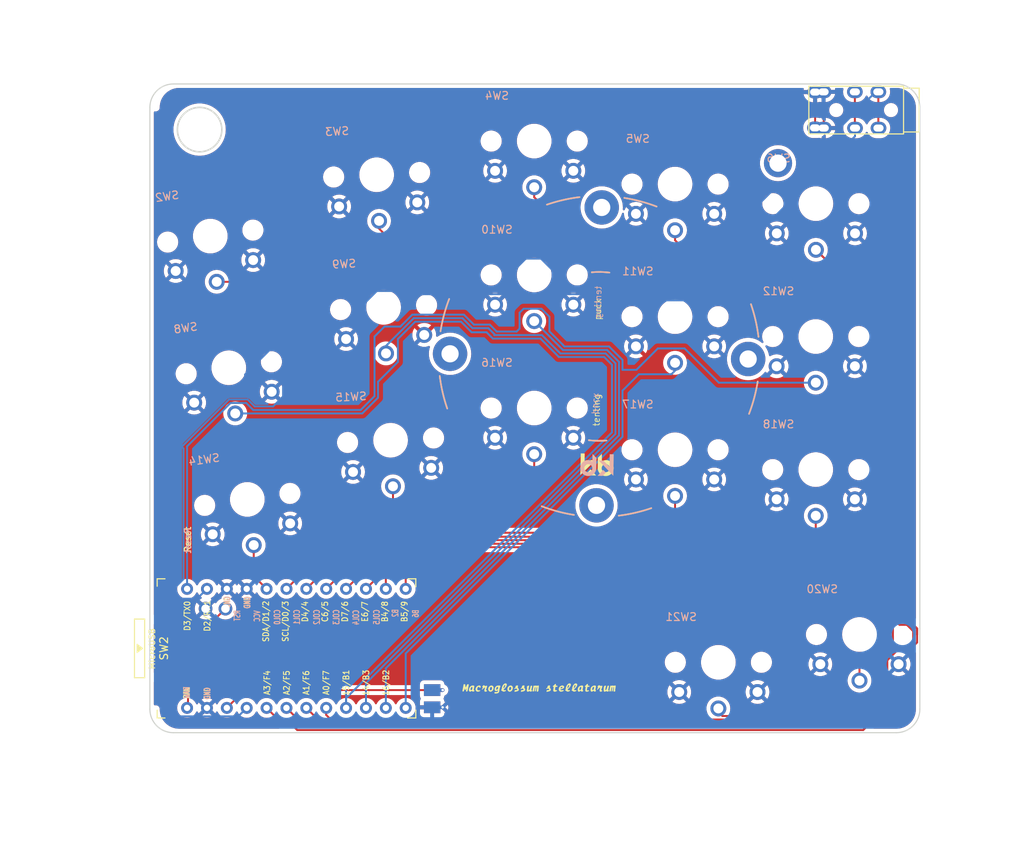
<source format=kicad_pcb>
(kicad_pcb (version 20211014) (generator pcbnew)
  (layers (0 "F.Cu" signal) (31 "B.Cu" signal) (34 "B.Paste" user) (35 "F.Paste" user) (36 "B.SilkS" user "B.Silkscreen") (37 "F.SilkS" user "F.Silkscreen") (38 "B.Mask" user) (39 "F.Mask" user) (44 "Edge.Cuts" user))
  (net 0 "")
  (net 1 "gnd")
  (net 2 "vcc")
  (net 3 "Switch18")
  (net 4 "reset")
  (net 5 "Switch1")
  (net 6 "Switch2")
  (net 7 "Switch3")
  (net 8 "Switch4")
  (net 9 "Switch5")
  (net 10 "Switch6")
  (net 11 "Switch7")
  (net 12 "Switch8")
  (net 13 "Switch9")
  (net 14 "Switch10")
  (net 15 "Switch11")
  (net 16 "Switch12")
  (net 17 "Switch13")
  (net 18 "Switch14")
  (net 19 "Switch15")
  (net 20 "Switch16")
  (net 21 "Switch17")
  (net 22 "raw")
  (net 23 "BT+_r")
  (footprint "Kailh:SW_PG1350_rev_DPB2.1" (layer "F.Cu") (at 147.922115 33.132886 8)
    (fp_text reference "SW2" hide)
    (fp_text value "SW_Push" hide)
  )
  (footprint "Kailh:SW_PG1350_rev_DPB2.1" (layer "F.Cu") (at 169.182996 25.288585 3)
    (fp_text reference "SW3" hide)
    (fp_text value "SW_Push" hide)
  )
  (footprint "Kailh:SW_PG1350_rev_DPB2.1" (layer "F.Cu") (at 189.318 20.984)
    (fp_text reference "SW4" hide)
    (fp_text value "SW_Push" hide)
  )
  (footprint "Kailh:SW_PG1350_rev_DPB2.1" (layer "F.Cu") (at 207.318 26.484)
    (fp_text reference "SW5" hide)
    (fp_text value "SW_Push" hide)
  )
  (footprint "Kailh:SW_PG1350_rev_DPB2.1" (layer "F.Cu") (at 225.318 28.984)
    (fp_text reference "SW6" hide)
    (fp_text value "SW_Push" hide)
  )
  (footprint "Kailh:SW_PG1350_rev_DPB2.1" (layer "F.Cu") (at 150.288058 49.967443 8)
    (fp_text reference "SW8" hide)
    (fp_text value "SW_Push" hide)
  )
  (footprint "Kailh:SW_PG1350_rev_DPB2.1" (layer "F.Cu") (at 170.071347 42.239322 3)
    (fp_text reference "SW9" hide)
    (fp_text value "SW_Push" hide)
  )
  (footprint "Kailh:SW_PG1350_rev_DPB2.1" (layer "F.Cu") (at 189.318 38.1)
    (fp_text reference "SW10" hide)
    (fp_text value "SW_Push" hide)
  )
  (footprint "Kailh:SW_PG1350_rev_DPB2.1" (layer "F.Cu") (at 207.318 43.434)
    (fp_text reference "SW11" hide)
    (fp_text value "SW_Push" hide)
  )
  (footprint "Kailh:SW_PG1350_rev_DPB2.1" (layer "F.Cu") (at 225.298 45.974)
    (fp_text reference "SW12" hide)
    (fp_text value "SW_Push" hide)
  )
  (footprint "Kailh:SW_PG1350_rev_DPB2.1" (layer "F.Cu") (at 152.654 66.802 8)
    (fp_text reference "SW14" hide)
    (fp_text value "SW_Push" hide)
  )
  (footprint "Kailh:SW_PG1350_rev_DPB2.1" (layer "F.Cu") (at 170.962 59.234 3)
    (fp_text reference "SW15" hide)
    (fp_text value "SW_Push" hide)
  )
  (footprint "Kailh:SW_PG1350_rev_DPB2.1" (layer "F.Cu") (at 189.318 55.118)
    (fp_text reference "SW16" hide)
    (fp_text value "SW_Push" hide)
  )
  (footprint "Kailh:SW_PG1350_rev_DPB2.1" (layer "F.Cu") (at 207.318 60.452)
    (fp_text reference "SW17" hide)
    (fp_text value "SW_Push" hide)
  )
  (footprint "Kailh:SW_PG1350_rev_DPB2.1" (layer "F.Cu") (at 225.298 62.992)
    (fp_text reference "SW18" hide)
    (fp_text value "SW_Push" hide)
  )
  (footprint "Kailh:SW_PG1350_rev_DPB2.1" (layer "F.Cu") (at 230.886 84.074)
    (fp_text reference "SW20" hide)
    (fp_text value "SW_Push" hide)
  )
  (footprint "Kailh:SW_PG1350_rev_DPB2.1" (layer "F.Cu") (at 212.852 87.63)
    (fp_text reference "SW21" hide)
    (fp_text value "SW_Push" hide)
  )
  (footprint "kbd:ProMicro_v3_min-tb" (layer "F.Cu") (at 159.435 85.852 90)
    (fp_text reference "U1" hide)
    (fp_text value "ProMicro-kbd" hide)
  )
  (footprint "Kailh:SPDT_C128955r" (layer "F.Cu") (at 143.002 85.852 90)
    (fp_text reference "SW2")
    (fp_text value "SW_SPDT")
  )
  (footprint "trochilidae:Tenting_Puck2" (layer "F.Cu") (at 197.612 48.514 -1)
    (fp_text reference "REF**")
    (fp_text value "Tenting Puck")
  )
  (footprint "Kailh:TRRS-PJ-DPB2" (layer "F.Cu") (at 236.5165 17.018 -90)
    (fp_text reference "Jack0" hide)
    (fp_text value "TRRS" hide)
  )
  (footprint "kbd:moth3" (layer "F.Cu") (at 189.738 84.074)
    (fp_text reference "G***" hide)
    (fp_text value "LOGO" hide)
  )
  (footprint "trochilidae:M2MountingHoleSlimSimple" (layer "F.Cu") (at 220.473999 23.80552 -8)
    (fp_text reference "" hide)
    (fp_text value "Val**" hide)
  )
  (footprint "trochilidae:HeaderJumperSimple" (layer "B.Cu") (at 148.59 80.772 180)
    (fp_text reference "J1" hide)
    (fp_text value "Val**" hide)
  )
  (footprint "trochilidae:Battery_pads_reversible" (layer "B.Cu") (at 176.276 92.286 90)
    (fp_text reference "J3" hide)
    (fp_text value "Battery_Cell")
  )
  (gr_line (start 143.206004 13.68052) (end 235.598999 13.68052) (layer "Edge.Cuts") (width 0.15))
  (gr_arc (start 140.206004 16.68052) (mid 141.084684 14.5592) (end 143.206004 13.68052) (layer "Edge.Cuts") (width 0.15))
  (gr_line (start 235.598999 96.63052) (end 143.206004 96.63052) (layer "Edge.Cuts") (width 0.15))
  (gr_arc (start 143.206004 96.63052) (mid 141.084684 95.75184) (end 140.206004 93.63052) (layer "Edge.Cuts") (width 0.15))
  (gr_line (start 140.206004 93.63052) (end 140.206004 16.68052) (layer "Edge.Cuts") (width 0.15))
  (gr_arc (start 238.598999 93.63052) (mid 237.720319 95.75184) (end 235.598999 96.63052) (layer "Edge.Cuts") (width 0.15))
  (gr_circle (center 146.558 19.512194) (end 149.397806 19.512194) (layer "Edge.Cuts") (width 0.2) (fill none))
  (gr_line (start 238.598999 16.68052) (end 238.598999 93.63052) (layer "Edge.Cuts") (width 0.15))
  (gr_arc (start 235.598999 13.68052) (mid 237.720319 14.5592) (end 238.598999 16.68052) (layer "Edge.Cuts") (width 0.15))
  (gr_text "Reset" (at 145.05048 72.04552 90) (layer "B.SilkS") (effects (font (size 0.8 0.8)) (justify mirror)))
  (gr_text "Reset" (at 145.042519 71.944912 90) (layer "F.SilkS") (effects (font (size 0.8 0.8))))
  (segment (start 226.3165 19.318) (end 226.3165 14.708) (width 0.25) (layer "F.Cu") (net 1))
  (segment (start 225.2165 19.268) (end 225.1965 19.288) (width 0.25) (layer "F.Cu") (net 1))
  (segment (start 226.3165 14.708) (end 226.2965 14.688) (width 0.25) (layer "F.Cu") (net 1))
  (segment (start 226.2965 14.688) (end 225.2465 14.688) (width 0.25) (layer "F.Cu") (net 1))
  (segment (start 225.2165 14.718) (end 225.2165 19.268) (width 0.25) (layer "F.Cu") (net 1))
  (segment (start 225.2465 14.688) (end 225.2165 14.718) (width 0.25) (layer "F.Cu") (net 1))
  (segment (start 175.26 46.138415) (end 174.862342 46.536073) (width 0.25) (layer "B.Cu") (net 1))
  (segment (start 233.2965 14.688) (end 233.2965 19.298) (width 0.25) (layer "F.Cu") (net 2))
  (segment (start 233.2965 19.298) (end 233.3165 19.318) (width 0.25) (layer "F.Cu") (net 2))
  (segment (start 188.24899 36.010979) (end 184.559188 39.700781) (width 0.25) (layer "B.Cu") (net 2))
  (segment (start 198.374 37.29176) (end 196.088 39.57776) (width 0.25) (layer "B.Cu") (net 2))
  (segment (start 209.153323 40.895459) (end 201.977699 40.895459) (width 0.25) (layer "B.Cu") (net 2))
  (segment (start 216.972391 30.096601) (end 216.972391 33.076391) (width 0.25) (layer "B.Cu") (net 2))
  (segment (start 223.378782 26.67) (end 220.398992 26.67) (width 0.25) (layer "B.Cu") (net 2))
  (segment (start 228.346 19.304) (end 228.346 21.702782) (width 0.25) (layer "B.Cu") (net 2))
  (segment (start 233.2965 14.688) (end 232.962 14.688) (width 0.25) (layer "B.Cu") (net 2))
  (segment (start 151.490489 94.547111) (end 152.577 93.4606) (width 0.25) (layer "B.Cu") (net 2))
  (segment (start 190.183302 36.010979) (end 188.24899 36.010979) (width 0.25) (layer "B.Cu") (net 2))
  (segment (start 161.510314 43.213686) (end 159.989829 43.213686) (width 0.25) (layer "B.Cu") (net 2))
  (segment (start 228.346 21.702782) (end 223.378782 26.67) (width 0.25) (layer "B.Cu") (net 2))
  (segment (start 152.377079 50.826436) (end 152.377079 51.329486) (width 0.25) (layer "B.Cu") (net 2))
  (segment (start 232.962 14.688) (end 228.346 19.304) (width 0.25) (layer "B.Cu") (net 2))
  (segment (start 184.559188 39.700781) (end 165.023219 39.700781) (width 0.25) (layer "B.Cu") (net 2))
  (segment (start 142.29848 61.408085) (end 142.29848 94.29248) (width 0.25) (layer "B.Cu") (net 2))
  (segment (start 196.088 39.57776) (end 193.750083 39.57776) (width 0.25) (layer "B.Cu") (net 2))
  (segment (start 142.553111 94.547111) (end 151.490489 94.547111) (width 0.25) (layer "B.Cu") (net 2))
  (segment (start 152.377079 51.329486) (end 142.29848 61.408085) (width 0.25) (layer "B.Cu") (net 2))
  (segment (start 193.750083 39.57776) (end 190.183302 36.010979) (width 0.25) (layer "B.Cu") (net 2))
  (segment (start 201.977699 40.895459) (end 198.374 37.29176) (width 0.25) (layer "B.Cu") (net 2))
  (segment (start 142.29848 94.29248) (end 142.553111 94.547111) (width 0.25) (layer "B.Cu") (net 2))
  (segment (start 159.989829 43.213686) (end 152.377079 50.826436) (width 0.25) (layer "B.Cu") (net 2))
  (segment (start 216.972391 33.076391) (end 209.153323 40.895459) (width 0.25) (layer "B.Cu") (net 2))
  (segment (start 165.023219 39.700781) (end 161.510314 43.213686) (width 0.25) (layer "B.Cu") (net 2))
  (segment (start 220.398992 26.67) (end 216.972391 30.096601) (width 0.25) (layer "B.Cu") (net 2))
  (segment (start 230.2965 14.688) (end 230.2965 19.298) (width 0.25) (layer "F.Cu") (net 3))
  (segment (start 230.2965 19.298) (end 230.3165 19.318) (width 0.25) (layer "F.Cu") (net 3))
  (segment (start 150.322289 54.019994) (end 144.272 60.070283) (width 0.25) (layer "B.Cu") (net 3))
  (segment (start 230.3165 19.318) (end 230.3165 20.368) (width 0.25) (layer "B.Cu") (net 3))
  (segment (start 153.590703 54.910985) (end 152.699711 54.019994) (width 0.25) (layer "B.Cu") (net 3))
  (segment (start 155.956 54.910985) (end 153.590703 54.910985) (width 0.25) (layer "B.Cu") (net 3))
  (segment (start 147.497 78.2406) (end 146.304 79.4336) (width 0.25) (layer "B.Cu") (net 3))
  (segment (start 144.50748 76.98052) (end 142.748 78.74) (width 0.25) (layer "B.Cu") (net 3))
  (segment (start 144.50748 60.305763) (end 144.50748 76.98052) (width 0.25) (layer "B.Cu") (net 3))
  (segment (start 172.565711 40.150301) (end 169.206045 40.150301) (width 0.25) (layer "B.Cu") (net 3))
  (segment (start 146.304 79.502) (end 146.558 79.502) (width 0.25) (layer "B.Cu") (net 3))
  (segment (start 201.791501 41.344979) (end 201.006011 40.559489) (width 0.25) (layer "B.Cu") (net 3))
  (segment (start 144.272 60.070283) (end 144.50748 60.305763) (width 0.25) (layer "B.Cu") (net 3))
  (segment (start 143.51 79.502) (end 146.304 79.502) (width 0.25) (layer "B.Cu") (net 3))
  (segment (start 152.699711 54.019994) (end 150.322289 54.019994) (width 0.25) (layer "B.Cu") (net 3))
  (segment (start 201.006011 40.559489) (end 172.974899 40.559489) (width 0.25) (layer "B.Cu") (net 3))
  (segment (start 230.3165 20.368) (end 209.339521 41.344979) (width 0.25) (layer "B.Cu") (net 3))
  (segment (start 169.206045 40.150301) (end 157.226 52.130346) (width 0.25) (layer "B.Cu") (net 3))
  (segment (start 142.748 78.74) (end 143.51 79.502) (width 0.25) (layer "B.Cu") (net 3))
  (segment (start 209.339521 41.344979) (end 201.791501 41.344979) (width 0.25) (layer "B.Cu") (net 3))
  (segment (start 172.974899 40.559489) (end 172.565711 40.150301) (width 0.25) (layer "B.Cu") (net 3))
  (segment (start 157.226 53.640985) (end 155.956 54.910985) (width 0.25) (layer "B.Cu") (net 3))
  (segment (start 146.304 79.4336) (end 146.304 79.502) (width 0.25) (layer "B.Cu") (net 3))
  (segment (start 157.226 52.130346) (end 157.226 53.640985) (width 0.25) (layer "B.Cu") (net 3))
  (segment (start 152.3116 91.186) (end 176.276 91.186) (width 0.25) (layer "F.Cu") (net 4))
  (segment (start 150.037 93.4606) (end 152.3116 91.186) (width 0.25) (layer "F.Cu") (net 4))
  (segment (start 174.03856 72.01904) (end 167.817 78.2406) (width 0.25) (layer "F.Cu") (net 5))
  (segment (start 169.156551 38.975468) (end 169.156551 38.869449) (width 0.25) (layer "F.Cu") (net 5))
  (segment (start 200.340325 40.77704) (end 232.037604 40.77704) (width 0.25) (layer "F.Cu") (net 5))
  (segment (start 232.41 71.374) (end 231.76496 72.01904) (width 0.25) (layer "F.Cu") (net 5))
  (segment (start 169.156551 38.869449) (end 173.883981 34.142019) (width 0.25) (layer "F.Cu") (net 5))
  (segment (start 232.037604 40.77704) (end 232.41 41.149436) (width 0.25) (layer "F.Cu") (net 5))
  (segment (start 148.743236 38.975468) (end 169.156551 38.975468) (width 0.25) (layer "F.Cu") (net 5))
  (segment (start 193.705303 34.142019) (end 200.340325 40.77704) (width 0.25) (layer "F.Cu") (net 5))
  (segment (start 231.76496 72.01904) (end 174.03856 72.01904) (width 0.25) (layer "F.Cu") (net 5))
  (segment (start 173.883981 34.142019) (end 193.705303 34.142019) (width 0.25) (layer "F.Cu") (net 5))
  (segment (start 232.41 41.149436) (end 232.41 71.374) (width 0.25) (layer "F.Cu") (net 5))
  (segment (start 230.805406 94.94744) (end 163.322 94.94744) (width 0.25) (layer "F.Cu") (net 6))
  (segment (start 193.891501 33.692499) (end 200.526522 40.32752) (width 0.25) (layer "F.Cu") (net 6))
  (segment (start 232.980423 92.772423) (end 230.805406 94.94744) (width 0.25) (layer "F.Cu") (net 6))
  (segment (start 169.491778 32.180499) (end 171.003778 33.692499) (width 0.25) (layer "F.Cu") (net 6))
  (segment (start 162.737 94.36244) (end 162.737 93.4606) (width 0.25) (layer "F.Cu") (net 6))
  (segment (start 232.980423 79.947577) (end 232.981859 79.947577) (width 0.25) (layer "F.Cu") (net 6))
  (segment (start 234.711059 81.676777) (end 234.711059 85.181143) (width 0.25) (layer "F.Cu") (net 6))
  (segment (start 232.223802 40.32752) (end 232.980423 41.084141) (width 0.25) (layer "F.Cu") (net 6))
  (segment (start 200.526522 40.32752) (end 232.223802 40.32752) (width 0.25) (layer "F.Cu") (net 6))
  (segment (start 232.980423 86.911779) (end 232.980423 92.772423) (width 0.25) (layer "F.Cu") (net 6))
  (segment (start 234.711059 85.181143) (end 232.980423 86.911779) (width 0.25) (layer "F.Cu") (net 6))
  (segment (start 171.003778 33.692499) (end 172.047501 33.692499) (width 0.25) (layer "F.Cu") (net 6))
  (segment (start 163.322 94.94744) (end 162.737 94.36244) (width 0.25) (layer "F.Cu") (net 6))
  (segment (start 172.047501 33.692499) (end 193.891501 33.692499) (width 0.25) (layer "F.Cu") (net 6))
  (segment (start 232.981859 79.947577) (end 234.711059 81.676777) (width 0.25) (layer "F.Cu") (net 6))
  (segment (start 232.980423 41.084141) (end 232.980423 79.947577) (width 0.25) (layer "F.Cu") (net 6))
  (segment (start 233.54296 92.845604) (end 230.991604 95.39696) (width 0.25) (layer "F.Cu") (net 7))
  (segment (start 233.54296 79.87296) (end 235.160579 81.490579) (width 0.25) (layer "F.Cu") (net 7))
  (segment (start 162.13336 95.39696) (end 160.197 93.4606) (width 0.25) (layer "F.Cu") (net 7))
  (segment (start 233.54296 45.07496) (end 233.54296 79.87296) (width 0.25) (layer "F.Cu") (net 7))
  (segment (start 233.48448 40.95248) (end 233.48448 45.01648) (width 0.25) (layer "F.Cu") (net 7))
  (segment (start 233.54296 86.98496) (end 233.54296 92.845604) (width 0.25) (layer "F.Cu") (net 7))
  (segment (start 235.160579 85.385985) (end 234.24648 86.300084) (width 0.25) (layer "F.Cu") (net 7))
  (segment (start 232.41 39.878) (end 233.48448 40.95248) (width 0.25) (layer "F.Cu") (net 7))
  (segment (start 235.160579 81.490579) (end 235.160579 85.385985) (width 0.25) (layer "F.Cu") (net 7))
  (segment (start 230.991604 95.39696) (end 162.13336 95.39696) (width 0.25) (layer "F.Cu") (net 7))
  (segment (start 201.034 39.878) (end 232.41 39.878) (width 0.25) (layer "F.Cu") (net 7))
  (segment (start 233.48448 45.01648) (end 233.54296 45.07496) (width 0.25) (layer "F.Cu") (net 7))
  (segment (start 234.227836 86.300084) (end 233.54296 86.98496) (width 0.25) (layer "F.Cu") (net 7))
  (segment (start 189.318 26.884) (end 189.318 28.162) (width 0.25) (layer "F.Cu") (net 7))
  (segment (start 189.318 28.162) (end 201.034 39.878) (width 0.25) (layer "F.Cu") (net 7))
  (segment (start 234.24648 86.300084) (end 234.227836 86.300084) (width 0.25) (layer "F.Cu") (net 7))
  (segment (start 160.04288 95.84648) (end 157.657 93.4606) (width 0.25) (layer "F.Cu") (net 8))
  (segment (start 233.99248 93.031802) (end 231.177802 95.84648) (width 0.25) (layer "F.Cu") (net 8))
  (segment (start 237.744 84.962282) (end 237.006381 85.699901) (width 0.25) (layer "F.Cu") (net 8))
  (segment (start 233.99248 43.23848) (end 233.99248 44.64552) (width 0.25) (layer "F.Cu") (net 8))
  (segment (start 207.318 32.384) (end 207.318 33.662) (width 0.25) (layer "F.Cu") (net 8))
  (segment (start 236.943958 82.842042) (end 237.667916 83.566) (width 0.25) (layer "F.Cu") (net 8))
  (segment (start 232.664 39.37) (end 233.99248 40.69848) (width 0.25) (layer "F.Cu") (net 8))
  (segment (start 235.712 82.55) (end 236.004042 82.842042) (width 0.25) (layer "F.Cu") (net 8))
  (segment (start 235.712 81.406282) (end 235.712 82.55) (width 0.25) (layer "F.Cu") (net 8))
  (segment (start 233.99248 43.23848) (end 233.99248 79.686762) (width 0.25) (layer "F.Cu") (net 8))
  (segment (start 234.001802 87.18048) (end 233.99248 87.18048) (width 0.25) (layer "F.Cu") (net 8))
  (segment (start 237.667916 83.566) (end 237.744 83.566) (width 0.25) (layer "F.Cu") (net 8))
  (segment (start 233.99248 40.69848) (end 233.99248 43.23848) (width 0.25) (layer "F.Cu") (net 8))
  (segment (start 237.744 83.566) (end 237.744 84.962282) (width 0.25) (layer "F.Cu") (net 8))
  (segment (start 213.026 39.37) (end 232.664 39.37) (width 0.25) (layer "F.Cu") (net 8))
  (segment (start 236.004042 82.842042) (end 236.943958 82.842042) (width 0.25) (layer "F.Cu") (net 8))
  (segment (start 233.99248 44.64552) (end 233.934 44.704) (width 0.25) (layer "F.Cu") (net 8))
  (segment (start 237.006381 85.699901) (end 235.482381 85.699901) (width 0.25) (layer "F.Cu") (net 8))
  (segment (start 235.482381 85.699901) (end 234.001802 87.18048) (width 0.25) (layer "F.Cu") (net 8))
  (segment (start 232.664 39.37) (end 226.63023 39.37) (width 0.25) (layer "F.Cu") (net 8))
  (segment (start 233.99248 87.18048) (end 233.99248 93.031802) (width 0.25) (layer "F.Cu") (net 8))
  (segment (start 233.99248 79.686762) (end 235.712 81.406282) (width 0.25) (layer "F.Cu") (net 8))
  (segment (start 207.318 33.662) (end 213.026 39.37) (width 0.25) (layer "F.Cu") (net 8))
  (segment (start 231.177802 95.84648) (end 160.04288 95.84648) (width 0.25) (layer "F.Cu") (net 8))
  (segment (start 238.252 84.074) (end 238.252 83.310564) (width 0.25) (layer "F.Cu") (net 9))
  (segment (start 235.668579 86.149421) (end 234.442 87.376) (width 0.25) (layer "F.Cu") (net 9))
  (segment (start 157.988 95.25) (end 156.972 95.25) (width 0.25) (layer "F.Cu") (net 9))
  (segment (start 238.252 85.09) (end 237.192579 86.149421) (width 0.25) (layer "F.Cu") (net 9))
  (segment (start 234.442 87.376) (end 234.442 93.218) (width 0.25) (layer "F.Cu") (net 9))
  (segment (start 238.252 84.074) (end 238.252 85.09) (width 0.25) (layer "F.Cu") (net 9))
  (segment (start 238.252 83.310565) (end 238.252 83.566) (width 0.25) (layer "F.Cu") (net 9))
  (segment (start 156.9392 95.2828) (end 155.117 93.4606) (width 0.25) (layer "F.Cu") (net 9))
  (segment (start 238.252 83.310564) (end 237.998718 83.057282) (width 0.25) (layer "F.Cu") (net 9))
  (segment (start 236.16152 80.96752) (end 236.16152 82.296) (width 0.25) (layer "F.Cu") (net 9))
  (segment (start 234.442 40.512283) (end 234.442 40.64) (width 0.25) (layer "F.Cu") (net 9))
  (segment (start 225.318 34.884) (end 226.756 36.322) (width 0.25) (layer "F.Cu") (net 9))
  (segment (start 234.442 40.64) (end 234.442 79.248) (width 0.25) (layer "F.Cu") (net 9))
  (segment (start 234.442 93.218) (end 231.364 96.296) (width 0.25) (layer "F.Cu") (net 9))
  (segment (start 231.364 96.296) (end 159.034 96.296) (width 0.25) (layer "F.Cu") (net 9))
  (segment (start 225.318 34.884) (end 229.35448 38.92048) (width 0.25) (layer "F.Cu") (net 9))
  (segment (start 237.192579 86.149421) (end 235.668579 86.149421) (width 0.25) (layer "F.Cu") (net 9))
  (segment (start 238.252 83.566) (end 238.252 84.074) (width 0.25) (layer "F.Cu") (net 9))
  (segment (start 237.333958 82.392522) (end 237.998718 83.057282) (width 0.25) (layer "F.Cu") (net 9))
  (segment (start 234.442 79.248) (end 236.16152 80.96752) (width 0.25) (layer "F.Cu") (net 9))
  (segment (start 159.034 96.296) (end 157.988 95.25) (width 0.25) (layer "F.Cu") (net 9))
  (segment (start 237.998718 83.057282) (end 238.252 83.310565) (width 0.25) (layer "F.Cu") (net 9))
  (segment (start 236.16152 82.296) (end 236.258042 82.392522) (width 0.25) (layer "F.Cu") (net 9))
  (segment (start 232.850197 38.92048) (end 234.442 40.512283) (width 0.25) (layer "F.Cu") (net 9))
  (segment (start 156.972 95.25) (end 156.9392 95.2828) (width 0.25) (layer "F.Cu") (net 9))
  (segment (start 236.258042 82.392522) (end 237.333958 82.392522) (width 0.25) (layer "F.Cu") (net 9))
  (segment (start 229.35448 38.92048) (end 232.850197 38.92048) (width 0.25) (layer "F.Cu") (net 9))
  (segment (start 192.45344 48.59256) (end 192.45344 48.573915) (width 0.25) (layer "B.Cu") (net 10))
  (segment (start 165.277 93.4606) (end 165.277 92.209763) (width 0.25) (layer "B.Cu") (net 10))
  (segment (start 199.25296 49.589916) (end 198.255604 48.59256) (width 0.25) (layer "B.Cu") (net 10))
  (segment (start 165.277 91.261565) (end 165.277 93.4606) (width 0.25) (layer "B.Cu") (net 10))
  (segment (start 181.320488 45.431923) (end 179.9645 44.075935) (width 0.25) (layer "B.Cu") (net 10))
  (segment (start 192.45344 48.573915) (end 190.117565 46.23804) (width 0.25) (layer "B.Cu") (net 10))
  (segment (start 179.9645 44.075935) (end 174.111501 44.075935) (width 0.25) (layer "B.Cu") (net 10))
  (segment (start 198.255604 48.59256) (end 192.45344 48.59256) (width 0.25) (layer "B.Cu") (net 10))
  (segment (start 165.277 92.209763) (end 199.25296 58.233802) (width 0.25) (layer "B.Cu") (net 10))
  (segment (start 167.34311 55.810025) (end 151.109179 55.810025) (width 0.25) (layer "B.Cu") (net 10))
  (segment (start 184.032323 46.23804) (end 183.226206 45.431923) (width 0.25) (layer "B.Cu") (net 10))
  (segment (start 171.901568 46.285868) (end 171.901568 49.219568) (width 0.25) (layer "B.Cu") (net 10))
  (segment (start 190.117565 46.23804) (end 184.032323 46.23804) (width 0.25) (layer "B.Cu") (net 10))
  (segment (start 199.25296 58.233802) (end 199.25296 49.589916) (width 0.25) (layer "B.Cu") (net 10))
  (segment (start 169.35952 51.761616) (end 169.35952 53.793616) (width 0.25) (layer "B.Cu") (net 10))
  (segment (start 174.111501 44.075935) (end 171.901568 46.285868) (width 0.25) (layer "B.Cu") (net 10))
  (segment (start 183.226206 45.431923) (end 181.320488 45.431923) (width 0.25) (layer "B.Cu") (net 10))
  (segment (start 169.35952 53.793616) (end 167.34311 55.810025) (width 0.25) (layer "B.Cu") (net 10))
  (segment (start 171.901568 49.219568) (end 169.35952 51.761616) (width 0.25) (layer "B.Cu") (net 10))
  (segment (start 167.817 90.30548) (end 199.70248 58.42) (width 0.25) (layer "B.Cu") (net 11))
  (segment (start 190.303762 45.78852) (end 184.21852 45.78852) (width 0.25) (layer "B.Cu") (net 11))
  (segment (start 167.817 93.4606) (end 167.817 90.30548) (width 0.25) (layer "B.Cu") (net 11))
  (segment (start 181.423803 44.89952) (end 180.150698 43.626415) (width 0.25) (layer "B.Cu") (net 11))
  (segment (start 192.66904 48.14304) (end 192.405717 47.879717) (width 0.25) (layer "B.Cu") (net 11))
  (segment (start 184.21852 45.78852) (end 184.21852 45.662238) (width 0.25) (layer "B.Cu") (net 11))
  (segment (start 173.925303 43.626415) (end 170.380129 47.171589) (width 0.25) (layer "B.Cu") (net 11))
  (segment (start 199.70248 58.42) (end 199.70248 49.403718) (width 0.25) (layer "B.Cu") (net 11))
  (segment (start 180.150698 43.626415) (end 173.925303 43.626415) (width 0.25) (layer "B.Cu") (net 11))
  (segment (start 192.39496 47.879717) (end 190.303762 45.78852) (width 0.25) (layer "B.Cu") (net 11))
  (segment (start 198.441802 48.14304) (end 192.66904 48.14304) (width 0.25) (layer "B.Cu") (net 11))
  (segment (start 192.405717 47.879717) (end 192.39496 47.879717) (width 0.25) (layer "B.Cu") (net 11))
  (segment (start 184.21852 45.662238) (end 183.455802 44.89952) (width 0.25) (layer "B.Cu") (net 11))
  (segment (start 183.455802 44.89952) (end 181.423803 44.89952) (width 0.25) (layer "B.Cu") (net 11))
  (segment (start 199.70248 49.403718) (end 198.441802 48.14304) (width 0.25) (layer "B.Cu") (net 11))
  (segment (start 189.318 44) (end 191.70148 46.38348) (width 0.25) (layer "B.Cu") (net 12))
  (segment (start 198.628 47.69352) (end 200.152 49.21752) (width 0.25) (layer "B.Cu") (net 12))
  (segment (start 170.357 88.405282) (end 170.357 93.4606) (width 0.25) (layer "B.Cu") (net 12))
  (segment (start 191.70148 46.38348) (end 191.70148 46.401427) (width 0.25) (layer "B.Cu") (net 12))
  (segment (start 192.993572 47.69352) (end 198.628 47.69352) (width 0.25) (layer "B.Cu") (net 12))
  (segment (start 200.152 58.610282) (end 170.357 88.405282) (width 0.25) (layer "B.Cu") (net 12))
  (segment (start 191.70148 46.401427) (end 192.993572 47.69352) (width 0.25) (layer "B.Cu") (net 12))
  (segment (start 200.152 49.21752) (end 200.152 58.610282) (width 0.25) (layer "B.Cu") (net 12))
  (segment (start 172.897 86.501) (end 172.897 93.4606) (width 0.25) (layer "B.Cu") (net 13))
  (segment (start 206.852 50.8) (end 202.692 50.8) (width 0.25) (layer "B.Cu") (net 13))
  (segment (start 200.60152 53.65248) (end 200.60152 53.90648) (width 0.25) (layer "B.Cu") (net 13))
  (segment (start 202.692 50.8) (end 200.60152 52.89048) (width 0.25) (layer "B.Cu") (net 13))
  (segment (start 207.318 50.334) (end 206.852 50.8) (width 0.25) (layer "B.Cu") (net 13))
  (segment (start 200.60152 53.90648) (end 200.60152 58.79648) (width 0.25) (layer "B.Cu") (net 13))
  (segment (start 200.60152 52.89048) (end 200.60152 53.90648) (width 0.25) (layer "B.Cu") (net 13))
  (segment (start 200.60152 58.79648) (end 172.897 86.501) (width 0.25) (layer "B.Cu") (net 13))
  (segment (start 193.17977 47.244) (end 192.982885 47.047115) (width 0.25) (layer "B.Cu") (net 14))
  (segment (start 225.298 51.874) (end 212.91 51.874) (width 0.25) (layer "B.Cu") (net 14))
  (segment (start 187.452 44.958) (end 187.071 45.339) (width 0.25) (layer "B.Cu") (net 14))
  (segment (start 172.466 44.45) (end 172.212 44.704) (width 0.25) (layer "B.Cu") (net 14))
  (segment (start 181.61 44.45) (end 180.336895 43.176895) (width 0.25) (layer "B.Cu") (net 14))
  (segment (start 152.513514 54.469514) (end 150.508486 54.469514) (width 0.25) (layer "B.Cu") (net 14))
  (segment (start 187.96 42.418) (end 187.452 42.926) (width 0.25) (layer "B.Cu") (net 14))
  (segment (start 187.452 42.926) (end 187.452 44.958) (width 0.25) (layer "B.Cu") (net 14))
  (segment (start 168.91 45.974) (end 168.91 53.594) (width 0.25) (layer "B.Cu") (net 14))
  (segment (start 168.91 53.594) (end 167.143495 55.360505) (width 0.25) (layer "B.Cu") (net 14))
  (segment (start 184.531 45.339) (end 183.642 44.45) (width 0.25) (layer "B.Cu") (net 14))
  (segment (start 191.262 45.308282) (end 191.262 43.434) (width 0.25) (layer "B.Cu") (net 14))
  (segment (start 202.37952 50.23352) (end 200.60152 50.23352) (width 0.25) (layer "B.Cu") (net 14))
  (segment (start 200.60152 50.23352) (end 200.60152 48.96352) (width 0.25) (layer "B.Cu") (net 14))
  (segment (start 190.246 42.418) (end 187.96 42.418) (width 0.25) (layer "B.Cu") (net 14))
  (segment (start 180.336895 43.176895) (end 174.494895 43.176895) (width 0.25) (layer "B.Cu") (net 14))
  (segment (start 205.11504 47.498) (end 202.37952 50.23352) (width 0.25) (layer "B.Cu") (net 14))
  (segment (start 187.071 45.339) (end 184.531 45.339) (width 0.25) (layer "B.Cu") (net 14))
  (segment (start 150.508486 54.469514) (end 144.957 60.021) (width 0.25) (layer "B.Cu") (net 14))
  (segment (start 192.982885 47.047115) (end 192.982885 47.029167) (width 0.25) (layer "B.Cu") (net 14))
  (segment (start 167.143495 55.360505) (end 153.404505 55.360505) (width 0.25) (layer "B.Cu") (net 14))
  (segment (start 173.739105 43.176895) (end 172.212 44.704) (width 0.25) (layer "B.Cu") (net 14))
  (segment (start 170.18 44.704) (end 168.91 45.974) (width 0.25) (layer "B.Cu") (net 14))
  (segment (start 208.534 47.498) (end 205.11504 47.498) (width 0.25) (layer "B.Cu") (net 14))
  (segment (start 198.882 47.244) (end 193.17977 47.244) (width 0.25) (layer "B.Cu") (net 14))
  (segment (start 191.262 43.434) (end 190.246 42.418) (width 0.25) (layer "B.Cu") (net 14))
  (segment (start 174.494895 43.176895) (end 173.986895 43.176895) (width 0.25) (layer "B.Cu") (net 14))
  (segment (start 172.212 44.704) (end 170.18 44.704) (width 0.25) (layer "B.Cu") (net 14))
  (segment (start 212.91 51.874) (end 208.534 47.498) (width 0.25) (layer "B.Cu") (net 14))
  (segment (start 174.494895 43.176895) (end 173.739105 43.176895) (width 0.25) (layer "B.Cu") (net 14))
  (segment (start 192.982885 47.029167) (end 191.262 45.308282) (width 0.25) (layer "B.Cu") (net 14))
  (segment (start 183.642 44.45) (end 181.61 44.45) (width 0.25) (layer "B.Cu") (net 14))
  (segment (start 200.60152 48.96352) (end 198.882 47.244) (width 0.25) (layer "B.Cu") (net 14))
  (segment (start 153.404505 55.360505) (end 152.513514 54.469514) (width 0.25) (layer "B.Cu") (net 14))
  (segment (start 144.957 60.021) (end 144.957 78.2406) (width 0.25) (layer "B.Cu") (net 14))
  (segment (start 153.475121 76.598721) (end 155.117 78.2406) (width 0.25) (layer "F.Cu") (net 15))
  (segment (start 153.475121 72.644582) (end 153.475121 76.598721) (width 0.25) (layer "F.Cu") (net 15))
  (segment (start 171.270782 69.521218) (end 170.62952 70.16248) (width 0.25) (layer "F.Cu") (net 16))
  (segment (start 165.73512 70.16248) (end 157.657 78.2406) (width 0.25) (layer "F.Cu") (net 16))
  (segment (start 170.62952 70.16248) (end 165.73512 70.16248) (width 0.25) (layer "F.Cu") (net 16))
  (segment (start 171.270782 66.125914) (end 171.270782 69.521218) (width 0.25) (layer "F.Cu") (net 16))
  (segment (start 160.197 78.2406) (end 167.8256 70.612) (width 0.25) (layer "F.Cu") (net 17))
  (segment (start 189.318 62.764) (end 189.318 61.018) (width 0.25) (layer "F.Cu") (net 17))
  (segment (start 187.255 64.827) (end 189.318 62.764) (width 0.25) (layer "F.Cu") (net 17))
  (segment (start 181.47 70.612) (end 187.255 64.827) (width 0.25) (layer "F.Cu") (net 17))
  (segment (start 167.8256 70.612) (end 181.47 70.612) (width 0.25) (layer "F.Cu") (net 17))
  (segment (start 162.737 78.2406) (end 169.91608 71.06152) (width 0.25) (layer "F.Cu") (net 18))
  (segment (start 204.296 71.12) (end 206.415 69.001) (width 0.25) (layer "F.Cu") (net 18))
  (segment (start 204.23752 71.06152) (end 204.296 71.12) (width 0.25) (layer "F.Cu") (net 18))
  (segment (start 169.91608 71.06152) (end 204.23752 71.06152) (width 0.25) (layer "F.Cu") (net 18))
  (segment (start 207.318 68.098) (end 207.318 66.352) (width 0.25) (layer "F.Cu") (net 18))
  (segment (start 206.415 69.001) (end 207.318 68.098) (width 0.25) (layer "F.Cu") (net 18))
  (segment (start 171.94808 71.56952) (end 224.36648 71.56952) (width 0.25) (layer "F.Cu") (net 19))
  (segment (start 225.298 70.612) (end 225.298 68.892) (width 0.25) (layer "F.Cu") (net 19))
  (segment (start 165.277 78.2406) (end 171.94808 71.56952) (width 0.25) (layer "F.Cu") (net 19))
  (segment (start 225.311 70.625) (end 225.298 70.612) (width 0.25) (layer "F.Cu") (net 19))
  (segment (start 224.36648 71.56952) (end 225.311 70.625) (width 0.25) (layer "F.Cu") (net 19))
  (segment (start 233.170564 80.773436) (end 233.172 80.773436) (width 0.25) (layer "F.Cu") (net 20))
  (segment (start 212.852 93.53) (end 212.852 93.98) (width 0.25) (layer "F.Cu") (net 20))
  (segment (start 232.530903 73.780903) (end 232.530903 80.133774) (width 0.25) (layer "F.Cu") (net 20))
  (segment (start 174.224758 72.46856) (end 231.21856 72.46856) (width 0.25) (layer "F.Cu") (net 20))
  (segment (start 213.36992 94.49792) (end 230.619208 94.49792) (width 0.25) (layer "F.Cu") (net 20))
  (segment (start 232.530903 92.586225) (end 232.530903 91.814903) (width 0.25) (layer "F.Cu") (net 20))
  (segment (start 233.172 80.773436) (end 234.261539 81.862975) (width 0.25) (layer "F.Cu") (net 20))
  (segment (start 232.530903 80.133774) (end 233.170564 80.773436) (width 0.25) (layer "F.Cu") (net 20))
  (segment (start 212.852 93.98) (end 213.36992 94.49792) (width 0.25) (layer "F.Cu") (net 20))
  (segment (start 234.261539 84.994945) (end 232.530903 86.725581) (width 0.25) (layer "F.Cu") (net 20))
  (segment (start 230.619208 94.49792) (end 232.530903 92.586225) (width 0.25) (layer "F.Cu") (net 20))
  (segment (start 234.261539 81.862975) (end 234.261539 84.994945) (width 0.25) (layer "F.Cu") (net 20))
  (segment (start 232.530903 86.725581) (end 232.530903 91.814903) (width 0.25) (layer "F.Cu") (net 20))
  (segment (start 170.357 76.336318) (end 174.224758 72.46856) (width 0.25) (layer "F.Cu") (net 20))
  (segment (start 231.21856 72.46856) (end 232.530903 73.780903) (width 0.25) (layer "F.Cu") (net 20))
  (segment (start 170.357 78.2406) (end 170.357 76.336318) (width 0.25) (layer "F.Cu") (net 20))
  (segment (start 231.032362 72.91808) (end 176.50992 72.91808) (width 0.25) (layer "F.Cu") (net 21))
  (segment (start 172.897 76.531) (end 172.897 78.2406) (width 0.25) (layer "F.Cu") (net 21))
  (segment (start 232.081383 79.322617) (end 232.081383 73.967101) (width 0.25) (layer "F.Cu") (net 21))
  (segment (start 230.886 87.734766) (end 230.886 89.974) (width 0.25) (layer "F.Cu") (net 21))
  (segment (start 233.812019 82.050607) (end 233.812019 84.808747) (width 0.25) (layer "F.Cu") (net 21))
  (segment (start 233.812019 84.808747) (end 230.886 87.734766) (width 0.25) (layer "F.Cu") (net 21))
  (segment (start 232.081383 79.322617) (end 232.081383 80.319971) (width 0.25) (layer "F.Cu") (net 21))
  (segment (start 232.081383 80.319971) (end 233.812019 82.050607) (width 0.25) (layer "F.Cu") (net 21))
  (segment (start 232.081383 73.967101) (end 231.032362 72.91808) (width 0.25) (layer "F.Cu") (net 21))
  (segment (start 176.50992 72.91808) (end 172.897 76.531) (width 0.25) (layer "F.Cu") (net 21))
  (segment (start 145.077 88.102) (end 145.077 93.3406) (width 0.25) (layer "F.Cu") (net 22))
  (segment (start 145.077 93.3406) (end 144.957 93.4606) (width 0.25) (layer "F.Cu") (net 22))
  (segment (start 145.808 84.824) (end 149.86 80.772) (width 0.25) (layer "F.Cu") (net 23))
  (segment (start 145.077 86.602) (end 145.077 84.824) (width 0.25) (layer "F.Cu") (net 23))
  (segment (start 145.077 84.824) (end 145.808 84.824) (width 0.25) (layer "F.Cu") (net 23))
  (zone (net 1) (net_name "gnd") (layer "F.Cu") (connect_pads (clearance 0.508)) (min_thickness 0.254) (fill yes (thermal_gap 0.508) (thermal_bridge_width 0.508))
    (polygon (pts (xy 250.209231 2.942121) (xy 250.209231 110.384121) (xy 229.889231 110.638121) (xy 125.604765 108.730233) (xy 126.366765 3.574233)))
  )
  (zone (net 1) (net_name "gnd") (layer "B.Cu") (connect_pads (clearance 0.508)) (min_thickness 0.254) (fill yes (thermal_gap 0.508) (thermal_bridge_width 0.508))
    (polygon (pts (xy 251.927675 3.175) (xy 251.927675 109.099119) (xy 231.607675 109.353119) (xy 121.049803 107.412084) (xy 121.811803 3.773965)))
  )
)
</source>
